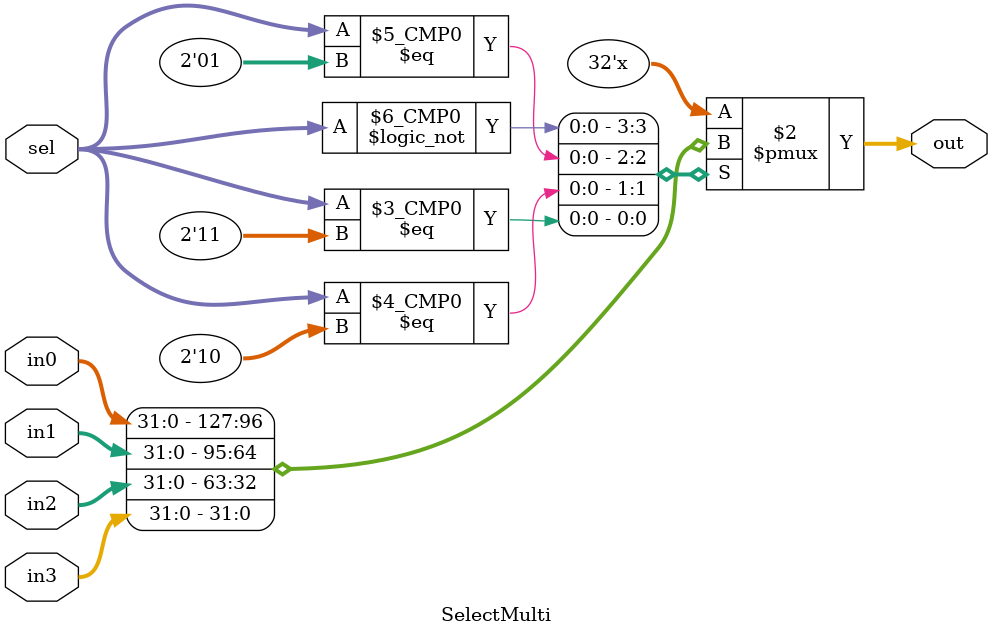
<source format=v>
`timescale 1ns / 1ps
module SelectMulti(
	input [31:0] in0,
	input [31:0] in1,
	input [31:0] in2,
	input [31:0] in3,
	input [1:0] sel,
	output reg [31:0] out
    );
	always @ (*) 
		case (sel) 
			2'b00: out = in0;
			2'b01: out = in1;
			2'b10: out = in2;
			2'b11: out = in3;
		endcase
endmodule

</source>
